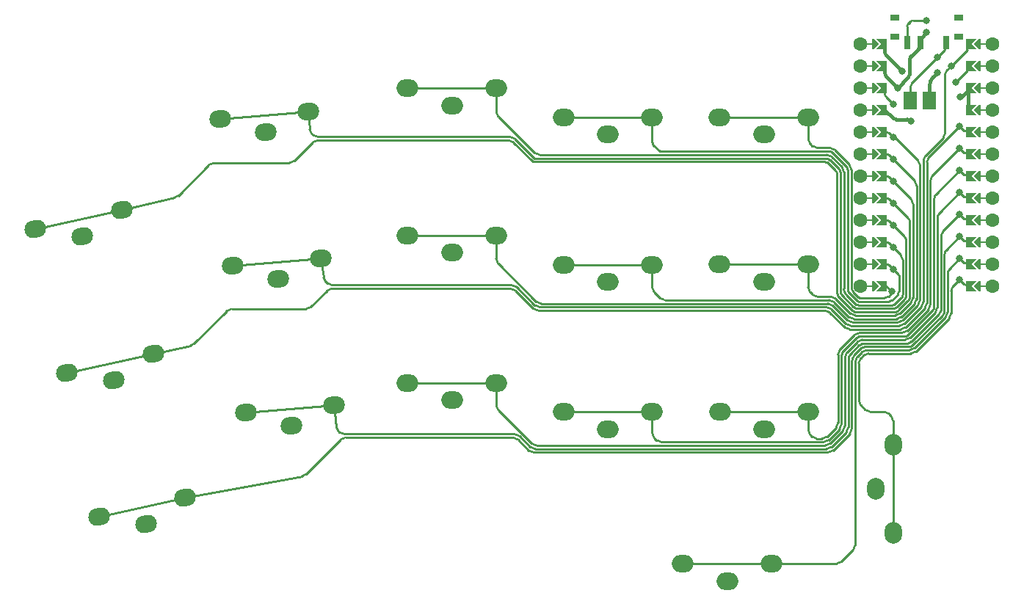
<source format=gbr>
G04 #@! TF.GenerationSoftware,KiCad,Pcbnew,6.0.0-d3dd2cf0fa~116~ubuntu20.04.1*
G04 #@! TF.CreationDate,2022-01-05T21:36:23-05:00*
G04 #@! TF.ProjectId,34,33342e6b-6963-4616-945f-706362585858,0.1*
G04 #@! TF.SameCoordinates,Original*
G04 #@! TF.FileFunction,Copper,L1,Top*
G04 #@! TF.FilePolarity,Positive*
%FSLAX46Y46*%
G04 Gerber Fmt 4.6, Leading zero omitted, Abs format (unit mm)*
G04 Created by KiCad (PCBNEW 6.0.0-d3dd2cf0fa~116~ubuntu20.04.1) date 2022-01-05 21:36:23*
%MOMM*%
%LPD*%
G01*
G04 APERTURE LIST*
G04 Aperture macros list*
%AMHorizOval*
0 Thick line with rounded ends*
0 $1 width*
0 $2 $3 position (X,Y) of the first rounded end (center of the circle)*
0 $4 $5 position (X,Y) of the second rounded end (center of the circle)*
0 Add line between two ends*
20,1,$1,$2,$3,$4,$5,0*
0 Add two circle primitives to create the rounded ends*
1,1,$1,$2,$3*
1,1,$1,$4,$5*%
%AMFreePoly0*
4,1,6,0.600000,0.200000,0.000000,-0.400000,-0.600000,0.200000,-0.600000,0.400000,0.600000,0.400000,0.600000,0.200000,0.600000,0.200000,$1*%
%AMFreePoly1*
4,1,5,0.125000,-0.500000,-0.125000,-0.500000,-0.125000,0.500000,0.125000,0.500000,0.125000,-0.500000,0.125000,-0.500000,$1*%
%AMFreePoly2*
4,1,6,0.600000,-0.250000,-0.600000,-0.250000,-0.600000,1.000000,0.000000,0.400000,0.600000,1.000000,0.600000,-0.250000,0.600000,-0.250000,$1*%
G04 Aperture macros list end*
G04 #@! TA.AperFunction,ComponentPad*
%ADD10HorizOval,2.000000X0.244074X0.054110X-0.244074X-0.054110X0*%
G04 #@! TD*
G04 #@! TA.AperFunction,ComponentPad*
%ADD11HorizOval,2.000000X0.249049X0.021789X-0.249049X-0.021789X0*%
G04 #@! TD*
G04 #@! TA.AperFunction,ComponentPad*
%ADD12O,2.500000X2.000000*%
G04 #@! TD*
G04 #@! TA.AperFunction,ComponentPad*
%ADD13O,2.000000X2.500000*%
G04 #@! TD*
G04 #@! TA.AperFunction,SMDPad,CuDef*
%ADD14R,1.500000X2.100000*%
G04 #@! TD*
G04 #@! TA.AperFunction,ComponentPad*
%ADD15C,1.600000*%
G04 #@! TD*
G04 #@! TA.AperFunction,SMDPad,CuDef*
%ADD16FreePoly0,90.000000*%
G04 #@! TD*
G04 #@! TA.AperFunction,SMDPad,CuDef*
%ADD17FreePoly0,270.000000*%
G04 #@! TD*
G04 #@! TA.AperFunction,SMDPad,CuDef*
%ADD18FreePoly1,270.000000*%
G04 #@! TD*
G04 #@! TA.AperFunction,SMDPad,CuDef*
%ADD19FreePoly1,90.000000*%
G04 #@! TD*
G04 #@! TA.AperFunction,SMDPad,CuDef*
%ADD20FreePoly2,270.000000*%
G04 #@! TD*
G04 #@! TA.AperFunction,SMDPad,CuDef*
%ADD21FreePoly2,90.000000*%
G04 #@! TD*
G04 #@! TA.AperFunction,SMDPad,CuDef*
%ADD22R,1.000000X0.800000*%
G04 #@! TD*
G04 #@! TA.AperFunction,SMDPad,CuDef*
%ADD23R,0.700000X1.500000*%
G04 #@! TD*
G04 #@! TA.AperFunction,ViaPad*
%ADD24C,0.800000*%
G04 #@! TD*
G04 #@! TA.AperFunction,Conductor*
%ADD25C,0.250000*%
G04 #@! TD*
G04 #@! TA.AperFunction,Conductor*
%ADD26C,0.400000*%
G04 #@! TD*
G04 APERTURE END LIST*
D10*
X31174529Y-77214371D03*
X41132748Y-75006687D03*
X36586518Y-78063121D03*
D11*
X52498174Y-64520239D03*
X62659360Y-63631250D03*
X57753079Y-66068134D03*
D12*
X74144393Y-60958851D03*
X84344393Y-60958851D03*
X79244393Y-62958851D03*
X102333086Y-64327567D03*
X92133086Y-64327567D03*
X97233086Y-66327567D03*
X120325000Y-64325000D03*
X110125000Y-64325000D03*
X115225000Y-66325000D03*
D10*
X34854005Y-93811396D03*
X44812224Y-91603712D03*
X40265994Y-94660146D03*
D11*
X64141002Y-80566566D03*
X53979816Y-81455555D03*
X59234721Y-83003450D03*
D12*
X74144389Y-77958851D03*
X84344389Y-77958851D03*
X79244389Y-79958851D03*
X102333093Y-81327564D03*
X92133093Y-81327564D03*
X97233093Y-83327564D03*
X110125004Y-81324999D03*
X120325004Y-81324999D03*
X115225004Y-83324999D03*
D11*
X55461464Y-98390863D03*
X65622650Y-97501874D03*
X60716369Y-99938758D03*
D12*
X74144382Y-94958862D03*
X84344382Y-94958862D03*
X79244382Y-96958862D03*
X92133093Y-98327566D03*
X102333093Y-98327566D03*
X97233093Y-100327566D03*
X110990000Y-117825000D03*
X116090000Y-115825000D03*
X105890000Y-115825000D03*
D13*
X130125000Y-102075000D03*
X130125000Y-112275000D03*
X128125000Y-107175000D03*
D14*
X134329702Y-62386557D03*
X132129702Y-62386557D03*
D15*
X126372099Y-55855003D03*
X141612099Y-66015003D03*
D16*
X128150099Y-63475003D03*
D17*
X139834099Y-73635003D03*
D15*
X141612099Y-60935003D03*
X126372099Y-63475003D03*
X126372099Y-68555003D03*
D16*
X128150099Y-78715003D03*
D18*
X140342099Y-63475003D03*
D16*
X128150099Y-83795003D03*
D15*
X141612099Y-71095003D03*
D16*
X128150099Y-76175003D03*
D15*
X141612099Y-83795003D03*
D18*
X140342099Y-68555003D03*
D17*
X139834099Y-78715003D03*
D16*
X128150099Y-68555003D03*
X128150099Y-71095003D03*
D15*
X126372099Y-58395003D03*
D18*
X140342099Y-60935003D03*
D15*
X141612099Y-76175003D03*
D18*
X140342099Y-78715003D03*
D16*
X128150099Y-55855003D03*
D15*
X141612099Y-68555003D03*
D18*
X140342099Y-73635003D03*
D19*
X127642099Y-81255003D03*
D15*
X141612099Y-55855003D03*
D16*
X128150099Y-58395003D03*
X128150099Y-81255003D03*
D17*
X139834099Y-81255003D03*
D19*
X127642099Y-60935003D03*
D15*
X141612099Y-73635003D03*
D18*
X140342099Y-81255003D03*
X140342099Y-71095003D03*
D15*
X141612099Y-63475003D03*
D18*
X140342099Y-76175003D03*
D15*
X126372099Y-60935003D03*
D19*
X127642099Y-66015003D03*
D16*
X128150099Y-66015003D03*
D17*
X139834099Y-71095003D03*
D15*
X126372099Y-81255003D03*
X126372099Y-71095003D03*
D16*
X128150099Y-60935003D03*
D18*
X140342099Y-83795003D03*
D19*
X127642099Y-58395003D03*
X127642099Y-78715003D03*
D15*
X126372099Y-78715003D03*
D17*
X139834099Y-66015003D03*
D19*
X127642099Y-76175003D03*
X127642099Y-68555003D03*
D18*
X140342099Y-66015003D03*
D15*
X141612099Y-58395003D03*
D19*
X127642099Y-55855003D03*
D17*
X139834099Y-60935003D03*
D19*
X127642099Y-71095003D03*
X127642099Y-63475003D03*
X127642099Y-73635003D03*
D15*
X126372099Y-66015003D03*
D17*
X139834099Y-63475003D03*
D15*
X126372099Y-76175003D03*
D17*
X139834099Y-58395003D03*
D18*
X140342099Y-58395003D03*
D15*
X126372099Y-83795003D03*
D17*
X139834099Y-55855003D03*
D15*
X126372099Y-73635003D03*
D18*
X140342099Y-55855003D03*
D17*
X139834099Y-76175003D03*
D15*
X141612099Y-81255003D03*
D17*
X139834099Y-83795003D03*
D16*
X128150099Y-73635003D03*
D17*
X139834099Y-68555003D03*
D19*
X127642099Y-83795003D03*
D15*
X141612099Y-78715003D03*
D20*
X138818099Y-55855003D03*
X138818099Y-58395003D03*
X138818099Y-60935003D03*
X138818099Y-63475003D03*
X138818099Y-66015003D03*
X138818099Y-68555003D03*
X138818099Y-71095003D03*
X138818099Y-73635003D03*
X138818099Y-76175003D03*
X138818099Y-78715003D03*
X138818099Y-81255003D03*
X138818099Y-83795003D03*
D21*
X129166099Y-83795003D03*
X129166099Y-81255003D03*
X129166099Y-78715003D03*
X129166099Y-76175003D03*
X129166099Y-73635003D03*
X129166099Y-71095003D03*
X129166099Y-68555003D03*
X129166099Y-66015003D03*
X129166099Y-63475003D03*
X129166099Y-60935003D03*
X129166099Y-58395003D03*
X129166099Y-55855003D03*
D10*
X48487367Y-108201359D03*
X38529148Y-110409043D03*
X43941137Y-111257793D03*
D22*
X130350576Y-55061813D03*
X137650576Y-52861813D03*
X137650576Y-55061813D03*
X130350576Y-52861813D03*
D23*
X136250576Y-55711813D03*
X133250576Y-55711813D03*
X131750576Y-55711813D03*
D12*
X110141911Y-98322430D03*
X120341911Y-98322430D03*
X115241911Y-100322430D03*
D24*
X134000579Y-53161815D03*
X130166097Y-74269998D03*
X130166099Y-76810001D03*
X130166097Y-79350000D03*
X130166098Y-81890002D03*
X130025000Y-84450000D03*
X137818099Y-65380003D03*
X136818099Y-58395001D03*
X130166097Y-66650000D03*
X130166096Y-69190003D03*
X130166097Y-71730000D03*
X137818097Y-78080001D03*
X137818095Y-75540003D03*
X137818101Y-73000004D03*
X137818097Y-70460003D03*
X137818099Y-67920001D03*
X130166098Y-62840002D03*
X137318098Y-60300003D03*
X130666098Y-60935001D03*
X137876690Y-61980157D03*
X134000581Y-54561815D03*
X132166099Y-64745000D03*
X132060090Y-62386557D03*
X135272264Y-57384846D03*
X134329703Y-62386558D03*
X135235090Y-59211557D03*
X131166098Y-59030002D03*
X137775090Y-83087557D03*
X137818097Y-80620000D03*
D25*
X130125000Y-99341371D02*
X130125000Y-102075000D01*
X130125000Y-112275000D02*
X130125000Y-102075000D01*
X123618629Y-115825000D02*
X116090000Y-115825000D01*
X105890000Y-115825000D02*
X116090000Y-115825000D01*
X131750579Y-53838778D02*
X131750579Y-55711814D01*
X132073991Y-53308260D02*
X131897026Y-53485224D01*
X134000579Y-53161815D02*
X132427544Y-53161814D01*
X131897026Y-53485224D02*
G75*
G03*
X131750579Y-53838778I353550J-353553D01*
G01*
X132073991Y-53308260D02*
G75*
G02*
X132427544Y-53161814I353553J-353556D01*
G01*
X129166098Y-73635003D02*
X129323994Y-73635003D01*
X130775705Y-86559319D02*
X130718762Y-86613538D01*
X129677549Y-73781450D02*
X130166097Y-74269998D01*
X122222262Y-69451625D02*
X122143629Y-69450000D01*
X122521801Y-69542489D02*
X122376506Y-69482306D01*
X60501629Y-69596000D02*
X51766371Y-69596000D01*
X31174529Y-77214371D02*
X41132748Y-75006687D01*
X131935401Y-85353525D02*
X131848062Y-85484238D01*
X130210020Y-86793633D02*
X125922487Y-86793633D01*
X132026533Y-76384797D02*
X132028158Y-76463430D01*
X122143629Y-69450000D02*
X88569993Y-69449999D01*
X125922487Y-86793633D02*
X125843854Y-86792008D01*
X125356801Y-86559318D02*
X123884795Y-85087312D01*
X131995562Y-85208285D02*
X131935401Y-85353525D01*
X131935669Y-76085258D02*
X131995852Y-76230553D01*
X63209668Y-67219332D02*
X61067314Y-69361686D01*
X47274777Y-73584681D02*
X41132748Y-75006687D01*
X130718762Y-86613538D02*
X130588049Y-86700877D01*
X123682787Y-84754504D02*
X123652106Y-84600260D01*
X123650481Y-70956852D02*
X123649002Y-70878204D01*
X132028158Y-84975495D02*
X132026232Y-85054098D01*
X131793844Y-75897745D02*
X131848297Y-75954496D01*
X123830342Y-85030561D02*
X123742970Y-84899799D01*
X123652106Y-84600260D02*
X123650481Y-84521627D01*
X131793843Y-85541181D02*
X130775705Y-86559319D01*
X123742970Y-84899799D02*
X123682787Y-84754504D01*
X122652563Y-69629861D02*
X122521801Y-69542489D01*
X85773640Y-66985017D02*
X63775354Y-66985017D01*
X88569993Y-69449999D02*
X86339325Y-67219331D01*
X130288623Y-86791707D02*
X130210020Y-86793633D01*
X123618316Y-70723932D02*
X123558122Y-70578610D01*
X131848062Y-85484238D02*
X131793843Y-85541181D01*
X125413552Y-86613771D02*
X125356801Y-86559318D01*
X125843854Y-86792008D02*
X125689610Y-86761326D01*
X123558122Y-70578610D02*
X123470733Y-70447824D01*
X122376506Y-69482306D02*
X122222262Y-69451625D01*
X132026232Y-85054098D02*
X131995562Y-85208285D01*
X132028158Y-76463430D02*
X132028158Y-84975495D01*
X123650481Y-84521627D02*
X123650481Y-70956852D01*
X123470733Y-70447824D02*
X123416166Y-70391166D01*
X123649002Y-70878204D02*
X123618316Y-70723932D01*
X131848297Y-75954496D02*
X131935669Y-76085258D01*
X51200685Y-69830315D02*
X47660018Y-73370982D01*
X123416166Y-70391166D02*
X122709314Y-69684314D01*
X123884795Y-85087312D02*
X123830342Y-85030561D01*
X130166097Y-74269998D02*
X131793844Y-75897745D01*
X131995852Y-76230553D02*
X132026533Y-76384797D01*
X130588049Y-86700877D02*
X130442809Y-86761038D01*
X130442809Y-86761038D02*
X130288623Y-86791707D01*
X125689610Y-86761326D02*
X125544315Y-86701143D01*
X122709314Y-69684314D02*
X122652563Y-69629861D01*
X125544315Y-86701143D02*
X125413552Y-86613771D01*
X63209668Y-67219332D02*
G75*
G02*
X63775354Y-66985017I565689J-565692D01*
G01*
X47274777Y-73584681D02*
G75*
G03*
X47660017Y-73370981I-180448J779389D01*
G01*
X61067314Y-69361686D02*
G75*
G02*
X60501629Y-69596000I-565685J565686D01*
G01*
X129677549Y-73781450D02*
G75*
G03*
X129323994Y-73635003I-353553J-353550D01*
G01*
X86339325Y-67219331D02*
G75*
G03*
X85773640Y-66985017I-565685J-565686D01*
G01*
X51766371Y-69596000D02*
G75*
G03*
X51200685Y-69830315I-2J-799995D01*
G01*
X88735480Y-69050480D02*
X86504811Y-66819811D01*
X131448543Y-85318751D02*
X131394324Y-85375694D01*
X125885926Y-86392636D02*
X125855097Y-86361807D01*
X124284314Y-84921825D02*
X124229861Y-84865074D01*
X124017835Y-70558445D02*
X123957641Y-70413123D01*
X123957641Y-70413123D02*
X123870252Y-70282337D01*
X85939126Y-66585497D02*
X63741868Y-66585497D01*
X124048521Y-70712717D02*
X124017835Y-70558445D01*
X63176182Y-66351182D02*
X63071565Y-66246565D01*
X123815685Y-70225679D02*
X122874800Y-69284794D01*
X124050000Y-70791365D02*
X124048521Y-70712717D01*
X125855097Y-86361807D02*
X125709802Y-86301624D01*
X122387748Y-69052105D02*
X122309115Y-69050480D01*
X122309115Y-69050480D02*
X88735480Y-69050480D01*
X125579039Y-86214252D02*
X125522288Y-86159799D01*
X130278800Y-86360041D02*
X130246205Y-86392636D01*
X124050000Y-84356140D02*
X124050000Y-70791365D01*
X122541992Y-69082786D02*
X122387748Y-69052105D01*
X130554753Y-86212541D02*
X130424040Y-86299880D01*
X131596043Y-85042798D02*
X131535882Y-85188038D01*
X124082306Y-84589017D02*
X124051625Y-84434773D01*
X130166099Y-76810001D02*
X131394325Y-78038227D01*
X124229861Y-84865074D02*
X124142489Y-84734312D01*
X131536150Y-78225740D02*
X131596333Y-78371035D01*
X124051625Y-84434773D02*
X124050000Y-84356140D01*
X131394324Y-85375694D02*
X130611696Y-86158322D01*
X62840151Y-65748930D02*
X62659360Y-63631250D01*
X130246205Y-86392636D02*
X125885926Y-86392636D01*
X125522288Y-86159799D02*
X124284314Y-84921825D01*
X129677544Y-76321448D02*
X130166099Y-76810001D01*
X122687287Y-69142969D02*
X122541992Y-69082786D01*
X131628639Y-84810008D02*
X131626713Y-84888611D01*
X123870252Y-70282337D02*
X123815685Y-70225679D01*
X122818049Y-69230341D02*
X122687287Y-69142969D01*
X131628639Y-78603912D02*
X131628639Y-84810008D01*
X125709802Y-86301624D02*
X125579039Y-86214252D01*
X131627014Y-78525279D02*
X131628639Y-78603912D01*
X131394325Y-78038227D02*
X131448778Y-78094978D01*
X130611696Y-86158322D02*
X130554753Y-86212541D01*
X124142489Y-84734312D02*
X124082306Y-84589017D01*
X122874800Y-69284794D02*
X122818049Y-69230341D01*
X130424040Y-86299880D02*
X130278800Y-86360041D01*
X131596333Y-78371035D02*
X131627014Y-78525279D01*
X62659360Y-63631250D02*
X52498174Y-64520239D01*
X129166098Y-76175004D02*
X129323986Y-76175002D01*
X131626713Y-84888611D02*
X131596043Y-85042798D01*
X131448778Y-78094978D02*
X131536150Y-78225740D01*
X131535882Y-85188038D02*
X131448543Y-85318751D01*
X63176182Y-66351182D02*
G75*
G03*
X63741868Y-66585497I565689J565692D01*
G01*
X129677544Y-76321448D02*
G75*
G03*
X129323986Y-76175002I-353553J-353554D01*
G01*
X63071565Y-66246565D02*
G75*
G02*
X62840151Y-65748930I565688J565685D01*
G01*
X85939126Y-66585497D02*
G75*
G02*
X86504811Y-66819811I0J-800000D01*
G01*
X124449519Y-84118989D02*
X124449519Y-70625878D01*
X125875219Y-85902236D02*
X125744433Y-85814847D01*
X130080719Y-85993116D02*
X126174813Y-85993116D01*
X131229120Y-84644521D02*
X131227321Y-84723137D01*
X125687775Y-85760280D02*
X124734507Y-84807012D01*
X130389267Y-85813021D02*
X130258554Y-85900360D01*
X131227321Y-84723137D02*
X131196647Y-84877348D01*
X124215204Y-70060192D02*
X123040286Y-68885274D01*
X125744433Y-85814847D02*
X125687775Y-85760280D01*
X129166097Y-78715000D02*
X129323992Y-78715000D01*
X131229120Y-80744394D02*
X131229120Y-84644521D01*
X88741645Y-68416645D02*
X84578707Y-64253707D01*
X126174813Y-85993116D02*
X126020541Y-85962430D01*
X129677544Y-78861447D02*
X130166097Y-79350000D01*
X131196647Y-84877348D02*
X131136477Y-85022611D01*
X130994805Y-85210207D02*
X130446210Y-85758802D01*
X130113314Y-85960521D02*
X130080719Y-85993116D01*
X131049123Y-85153345D02*
X130994805Y-85210207D01*
X84344393Y-60958851D02*
X74144393Y-60958851D01*
X130258554Y-85900360D02*
X130113314Y-85960521D01*
X131136477Y-85022611D02*
X131049123Y-85153345D01*
X126020541Y-85962430D02*
X125875219Y-85902236D01*
X130166097Y-79350000D02*
X130994806Y-80178709D01*
X84344393Y-63688022D02*
X84344393Y-60958851D01*
X122474601Y-68650960D02*
X89307331Y-68650960D01*
X130446210Y-85758802D02*
X130389267Y-85813021D01*
X131229120Y-80744394D02*
G75*
G03*
X130994806Y-80178709I-800000J0D01*
G01*
X89307331Y-68650960D02*
G75*
G02*
X88741645Y-68416645I-2J799995D01*
G01*
X122474601Y-68650960D02*
G75*
G02*
X123040286Y-68885274I0J-800000D01*
G01*
X124449519Y-84118989D02*
G75*
G03*
X124734507Y-84807012I973014J1D01*
G01*
X129677544Y-78861447D02*
G75*
G03*
X129323992Y-78715000I-353551J-353545D01*
G01*
X124449519Y-70625878D02*
G75*
G03*
X124215204Y-70060192I-799995J2D01*
G01*
X84578707Y-64253707D02*
G75*
G02*
X84344393Y-63688022I565686J565685D01*
G01*
X130737111Y-82506703D02*
X130797294Y-82651998D01*
X122640087Y-68251440D02*
X103507811Y-68251440D01*
X126340345Y-85593150D02*
X126186158Y-85562480D01*
X103507811Y-68251440D02*
X103429163Y-68249961D01*
X123205772Y-68485754D02*
X123149021Y-68431301D01*
X124894644Y-70428989D02*
X124863962Y-70274745D01*
X130829600Y-82884875D02*
X130829601Y-84432821D01*
X102365392Y-67309592D02*
X102334711Y-67155348D01*
X102998783Y-68071692D02*
X102942125Y-68017125D01*
X130683154Y-84786375D02*
X130573077Y-84896452D01*
X124997453Y-84502682D02*
X124931839Y-84389034D01*
X130595286Y-82319190D02*
X130649739Y-82375941D01*
X124863962Y-70274745D02*
X124803779Y-70129450D01*
X124803779Y-70129450D02*
X124716407Y-69998687D01*
X130797294Y-82651998D02*
X130827975Y-82806242D01*
X126040918Y-85502319D02*
X125910205Y-85414980D01*
X124661954Y-69941936D02*
X123205772Y-68485754D01*
X103129569Y-68159081D02*
X102998783Y-68071692D01*
X124896269Y-70507622D02*
X124894644Y-70428989D01*
X124716407Y-69998687D02*
X124661954Y-69941936D01*
X102425575Y-67454887D02*
X102365392Y-67309592D01*
X124897874Y-84262276D02*
X124896269Y-84196661D01*
X102512947Y-67585649D02*
X102425575Y-67454887D01*
X102567400Y-67642400D02*
X102512947Y-67585649D01*
X126186158Y-85562480D02*
X126040918Y-85502319D01*
X130649739Y-82375941D02*
X130737111Y-82506703D01*
X102333086Y-67076715D02*
X102333086Y-64327567D01*
X125853262Y-85360761D02*
X125132382Y-84639881D01*
X130827975Y-82806242D02*
X130829600Y-82884875D01*
X123018259Y-68343929D02*
X122872964Y-68283746D01*
X125042715Y-84550214D02*
X124997453Y-84502682D01*
X130573077Y-84896452D02*
X130573077Y-84901923D01*
X130573077Y-84901923D02*
X130028296Y-85446704D01*
X130166098Y-81890002D02*
X130595286Y-82319190D01*
X102942125Y-68017125D02*
X102567400Y-67642400D01*
X124896269Y-84196661D02*
X124896269Y-70507622D01*
X102334711Y-67155348D02*
X102333086Y-67076715D01*
X103429163Y-68249961D02*
X103274891Y-68219275D01*
X125910205Y-85414980D02*
X125853262Y-85360761D01*
X125075439Y-84582938D02*
X125042715Y-84550214D01*
X129674743Y-85593150D02*
X126340345Y-85593150D01*
X122872964Y-68283746D02*
X122718720Y-68253065D01*
X123149021Y-68431301D02*
X123018259Y-68343929D01*
X125132382Y-84639881D02*
X125078163Y-84582938D01*
X92133086Y-64327566D02*
X102333090Y-64327569D01*
X125078163Y-84582938D02*
X125075439Y-84582938D01*
X129166099Y-81255000D02*
X129323992Y-81255000D01*
X103274891Y-68219275D02*
X103129569Y-68159081D01*
X122718720Y-68253065D02*
X122640087Y-68251440D01*
X129677545Y-81401447D02*
X130166098Y-81890002D01*
X124931839Y-84389034D02*
X124897874Y-84262276D01*
X129677545Y-81401447D02*
G75*
G03*
X129323992Y-81255000I-353555J-353557D01*
G01*
X129674743Y-85593149D02*
G75*
G03*
X130028296Y-85446704I0J500001D01*
G01*
X130683154Y-84786375D02*
G75*
G03*
X130829601Y-84432821I-353550J353553D01*
G01*
X125390077Y-84286882D02*
X125329894Y-84141587D01*
X126302698Y-85178315D02*
X126230159Y-85148268D01*
X126230159Y-85148268D02*
X126160782Y-85101912D01*
X126132292Y-85074785D02*
X125531902Y-84474395D01*
X125063273Y-69778249D02*
X123371258Y-68086234D01*
X122805573Y-67851920D02*
X121358291Y-67851920D01*
X130025000Y-84612349D02*
X129623580Y-85013769D01*
X130025000Y-84450000D02*
X129993533Y-84450000D01*
X126160782Y-85101912D02*
X126132292Y-85074785D01*
X130025000Y-84450000D02*
X130025000Y-84612349D01*
X125477449Y-84417644D02*
X125390077Y-84286882D01*
X110125000Y-64325000D02*
X120325000Y-64325000D01*
X126379693Y-85193630D02*
X126302698Y-85178315D01*
X129114646Y-85193630D02*
X126379693Y-85193630D01*
X125531902Y-84474395D02*
X125477449Y-84417644D01*
X125299213Y-83987343D02*
X125297588Y-83908710D01*
X120325000Y-66818629D02*
X120325000Y-64325000D01*
X120792605Y-67617605D02*
X120559314Y-67384314D01*
X129993533Y-84450000D02*
X129338536Y-83795003D01*
X125297588Y-83908710D02*
X125297588Y-70343935D01*
X129338536Y-83795003D02*
X129166099Y-83795003D01*
X125329894Y-84141587D02*
X125299213Y-83987343D01*
X120325000Y-66818629D02*
G75*
G03*
X120559314Y-67384314I800000J0D01*
G01*
X129114646Y-85193630D02*
G75*
G03*
X129623580Y-85013769I-3400J819589D01*
G01*
X120792605Y-67617605D02*
G75*
G03*
X121358291Y-67851920I565689J565692D01*
G01*
X122805573Y-67851920D02*
G75*
G02*
X123371258Y-68086234I0J-800000D01*
G01*
X125063273Y-69778249D02*
G75*
G02*
X125297588Y-70343935I-565692J-565689D01*
G01*
X133791439Y-86368615D02*
X131603137Y-88556917D01*
X122264639Y-86623557D02*
X89174916Y-86623557D01*
X34854005Y-93811396D02*
X44812224Y-91603712D01*
X53265685Y-86684315D02*
X49491294Y-90458706D01*
X134025754Y-69503719D02*
X134025756Y-69503717D01*
X124529368Y-88556915D02*
X122830324Y-86857871D01*
X137818099Y-65380003D02*
X134260070Y-68938032D01*
X85983140Y-84094523D02*
X65411848Y-84094523D01*
X131037452Y-88791231D02*
X125095054Y-88791230D01*
X49095168Y-90674845D02*
X44812224Y-91603712D01*
X88609230Y-86389242D02*
X86548825Y-84328837D01*
X62393629Y-86450000D02*
X53831371Y-86450000D01*
X138306649Y-65868554D02*
X137818099Y-65380003D01*
X138818099Y-66015001D02*
X138660203Y-66015001D01*
X134025754Y-85802929D02*
X134025754Y-69503719D01*
X64846162Y-84328838D02*
X62959314Y-86215686D01*
X134260070Y-68938032D02*
G75*
G03*
X134025756Y-69503717I565686J-565685D01*
G01*
X85983140Y-84094523D02*
G75*
G02*
X86548825Y-84328837I0J-800000D01*
G01*
X65411848Y-84094523D02*
G75*
G03*
X64846162Y-84328838I-2J-799995D01*
G01*
X133791439Y-86368615D02*
G75*
G03*
X134025754Y-85802929I-565692J565689D01*
G01*
X49491294Y-90458706D02*
G75*
G02*
X49095168Y-90674845I-565677J565670D01*
G01*
X131603137Y-88556917D02*
G75*
G02*
X131037452Y-88791231I-565685J565686D01*
G01*
X138306649Y-65868554D02*
G75*
G03*
X138660203Y-66015001I353553J353550D01*
G01*
X53831371Y-86450000D02*
G75*
G03*
X53265685Y-86684315I-2J-799995D01*
G01*
X122830324Y-86857871D02*
G75*
G03*
X122264639Y-86623557I-565685J-565686D01*
G01*
X62959314Y-86215686D02*
G75*
G02*
X62393629Y-86450000I-565685J565686D01*
G01*
X124529368Y-88556915D02*
G75*
G03*
X125095054Y-88791230I565689J565692D01*
G01*
X88609230Y-86389242D02*
G75*
G03*
X89174916Y-86623557I565689J565692D01*
G01*
X89340403Y-86224038D02*
X119375000Y-86224040D01*
X138818099Y-56187894D02*
X138818100Y-55855003D01*
X119375000Y-86224040D02*
X122430128Y-86224040D01*
X136358405Y-58854695D02*
X136818099Y-58395001D01*
X136124090Y-66177635D02*
X136124090Y-59420381D01*
X125260541Y-88391711D02*
X130871966Y-88391711D01*
X133860550Y-68772546D02*
X135889775Y-66743321D01*
X122995813Y-86458354D02*
X124694855Y-88157396D01*
X136818099Y-58395001D02*
X138671653Y-56541446D01*
X64666560Y-83266560D02*
X64860688Y-83460688D01*
X131437651Y-88157397D02*
X133391920Y-86203128D01*
X86714311Y-83929317D02*
X88774717Y-85989723D01*
X133626235Y-85637442D02*
X133626236Y-69338231D01*
X64141002Y-80566566D02*
X64439244Y-82806463D01*
X65426374Y-83695003D02*
X86148626Y-83695003D01*
X64141002Y-80566566D02*
X53979816Y-81455555D01*
X133626235Y-85637442D02*
G75*
G02*
X133391920Y-86203128I-799995J-2D01*
G01*
X64666560Y-83266560D02*
G75*
G02*
X64439245Y-82806463I565685J565685D01*
G01*
X125260541Y-88391711D02*
G75*
G02*
X124694855Y-88157396I-2J799995D01*
G01*
X86714311Y-83929317D02*
G75*
G03*
X86148626Y-83695003I-565685J-565686D01*
G01*
X133860550Y-68772546D02*
G75*
G03*
X133626236Y-69338231I565686J-565685D01*
G01*
X138671653Y-56541446D02*
G75*
G03*
X138818099Y-56187894I-353551J353552D01*
G01*
X89340403Y-86224038D02*
G75*
G02*
X88774717Y-85989723I-2J799995D01*
G01*
X136124090Y-59420381D02*
G75*
G02*
X136358405Y-58854695I799995J2D01*
G01*
X65426374Y-83695003D02*
G75*
G02*
X64860688Y-83460688I3J800007D01*
G01*
X131437651Y-88157397D02*
G75*
G02*
X130871966Y-88391711I-565685J565686D01*
G01*
X136124090Y-66177635D02*
G75*
G02*
X135889775Y-66743321I-800007J3D01*
G01*
X122995813Y-86458354D02*
G75*
G03*
X122430128Y-86224040I-565685J-565686D01*
G01*
X84344389Y-80663018D02*
X84344389Y-77958851D01*
X129677538Y-66161447D02*
X130166097Y-66650000D01*
X130350000Y-66650000D02*
X132992402Y-69292402D01*
X132992401Y-86037641D02*
X131272164Y-87757878D01*
X122595614Y-85824520D02*
X89505890Y-85824519D01*
X124860342Y-87757877D02*
X123161299Y-86058834D01*
X129166098Y-66015000D02*
X129323992Y-66015002D01*
X130166097Y-66650000D02*
X130350000Y-66650000D01*
X84344389Y-77958851D02*
X74144389Y-77958851D01*
X88940204Y-85590204D02*
X84578703Y-81228703D01*
X130706479Y-87992192D02*
X125426028Y-87992192D01*
X133226716Y-69858087D02*
X133226716Y-85471955D01*
X125426028Y-87992192D02*
G75*
G02*
X124860342Y-87757877I-2J799995D01*
G01*
X84578703Y-81228703D02*
G75*
G02*
X84344389Y-80663018I565686J565685D01*
G01*
X88940204Y-85590204D02*
G75*
G03*
X89505890Y-85824519I565689J565692D01*
G01*
X133226716Y-85471955D02*
G75*
G02*
X132992401Y-86037641I-799995J-2D01*
G01*
X129323992Y-66015003D02*
G75*
G02*
X129677537Y-66161448I-5J-499998D01*
G01*
X133226716Y-69858087D02*
G75*
G03*
X132992402Y-69292402I-800000J0D01*
G01*
X130706479Y-87992192D02*
G75*
G03*
X131272164Y-87757878I0J800000D01*
G01*
X122595614Y-85824520D02*
G75*
G02*
X123161299Y-86058834I0J-800000D01*
G01*
X132827197Y-72182475D02*
X132827196Y-85306469D01*
X129166098Y-68555002D02*
X129323990Y-68555002D01*
X129677546Y-68701450D02*
X130166096Y-69190003D01*
X132592881Y-85872155D02*
X131106677Y-87358359D01*
X130540992Y-87592673D02*
X125591515Y-87592673D01*
X122761100Y-85425000D02*
X103806371Y-85425000D01*
X125025829Y-87358358D02*
X123326785Y-85659314D01*
X130166096Y-69190003D02*
X132592883Y-71616790D01*
X102333093Y-83951722D02*
X102333093Y-81327564D01*
X92133084Y-81327568D02*
X102333101Y-81327570D01*
X103240685Y-85190685D02*
X102567407Y-84517407D01*
X131106677Y-87358359D02*
G75*
G02*
X130540992Y-87592673I-565685J565686D01*
G01*
X132592881Y-85872155D02*
G75*
G03*
X132827196Y-85306469I-565692J565689D01*
G01*
X122761100Y-85425000D02*
G75*
G02*
X123326785Y-85659314I0J-800000D01*
G01*
X132592883Y-71616790D02*
G75*
G02*
X132827197Y-72182475I-565686J-565685D01*
G01*
X129677546Y-68701450D02*
G75*
G03*
X129323990Y-68555002I-353554J-353549D01*
G01*
X102333093Y-83951722D02*
G75*
G03*
X102567407Y-84517407I800000J0D01*
G01*
X125591515Y-87592673D02*
G75*
G02*
X125025829Y-87358358I-2J799995D01*
G01*
X103806371Y-85425000D02*
G75*
G02*
X103240685Y-85190685I-2J799995D01*
G01*
X129677544Y-71241448D02*
X130166097Y-71730000D01*
X122926586Y-85025480D02*
X121381851Y-85025480D01*
X125191315Y-86958838D02*
X123492271Y-85259794D01*
X132193362Y-85706668D02*
X130941191Y-86958839D01*
X130166097Y-71730000D02*
X132193363Y-73757266D01*
X120325000Y-83968629D02*
X120325004Y-81324999D01*
X129166096Y-71095001D02*
X129323992Y-71095001D01*
X120816165Y-84791165D02*
X120559315Y-84534315D01*
X130375506Y-87193153D02*
X125757001Y-87193153D01*
X110125004Y-81324999D02*
X120325004Y-81324999D01*
X132427677Y-74322951D02*
X132427677Y-85140982D01*
X123492271Y-85259794D02*
G75*
G03*
X122926586Y-85025480I-565685J-565686D01*
G01*
X132193362Y-85706668D02*
G75*
G03*
X132427677Y-85140982I-565692J565689D01*
G01*
X129677544Y-71241448D02*
G75*
G03*
X129323992Y-71095001I-353551J-353545D01*
G01*
X120816165Y-84791165D02*
G75*
G03*
X121381851Y-85025480I565689J565692D01*
G01*
X120559315Y-84534315D02*
G75*
G02*
X120325000Y-83968629I565680J565684D01*
G01*
X125191315Y-86958838D02*
G75*
G03*
X125757001Y-87193153I565689J565692D01*
G01*
X130375506Y-87193153D02*
G75*
G03*
X130941191Y-86958839I0J800000D01*
G01*
X132427677Y-74322951D02*
G75*
G03*
X132193363Y-73757266I-800000J0D01*
G01*
X135789038Y-87196046D02*
X132430569Y-90554515D01*
X125405384Y-92120405D02*
X125374702Y-92274649D01*
X136021728Y-86708993D02*
X135991046Y-86863237D01*
X126371845Y-91023143D02*
X125607392Y-91787596D01*
X125465567Y-91975110D02*
X125405384Y-92120405D01*
X136115712Y-79827874D02*
X136055518Y-79973196D01*
X131864884Y-90788829D02*
X126937530Y-90788829D01*
X135991046Y-86863237D02*
X135930863Y-87008532D01*
X126428596Y-90968690D02*
X126371845Y-91023143D01*
X135930863Y-87008532D02*
X135843491Y-87139295D01*
X126704653Y-90821135D02*
X126559358Y-90881318D01*
X136023353Y-80206116D02*
X136023353Y-86630360D01*
X126559358Y-90881318D02*
X126428596Y-90968690D01*
X86295640Y-101282023D02*
X66956371Y-101282023D01*
X136023353Y-86630360D02*
X136021728Y-86708993D01*
X38529148Y-110409043D02*
X48487367Y-108201359D01*
X131943517Y-90787204D02*
X131864884Y-90788829D01*
X66390685Y-101516338D02*
X62401234Y-105505789D01*
X132243056Y-90696340D02*
X132097761Y-90756523D01*
X138306651Y-78568557D02*
X137818097Y-78080001D01*
X122628653Y-103000000D02*
X88676359Y-103000000D01*
X136024832Y-80127468D02*
X136023353Y-80206116D01*
X136203101Y-79697088D02*
X136115712Y-79827874D01*
X125138761Y-100821263D02*
X123194338Y-102765686D01*
X125552939Y-91844347D02*
X125465567Y-91975110D01*
X136055518Y-79973196D02*
X136024832Y-80127468D01*
X125373077Y-92353282D02*
X125373076Y-100255577D01*
X125607392Y-91787596D02*
X125552939Y-91844347D01*
X132097761Y-90756523D02*
X131943517Y-90787204D01*
X61979854Y-105726980D02*
X48487367Y-108201359D01*
X125374702Y-92274649D02*
X125373077Y-92353282D01*
X126858897Y-90790454D02*
X126704653Y-90821135D01*
X132430569Y-90554515D02*
X132373818Y-90608968D01*
X88110673Y-102765685D02*
X86861325Y-101516337D01*
X137818097Y-78080001D02*
X136257668Y-79640430D01*
X138818098Y-78715004D02*
X138660204Y-78715004D01*
X136257668Y-79640430D02*
X136203101Y-79697088D01*
X135843491Y-87139295D02*
X135789038Y-87196046D01*
X126937530Y-90788829D02*
X126858897Y-90790454D01*
X132373818Y-90608968D02*
X132243056Y-90696340D01*
X61979854Y-105726979D02*
G75*
G03*
X62401233Y-105505788I-144302J786873D01*
G01*
X125138761Y-100821263D02*
G75*
G03*
X125373076Y-100255577I-565692J565689D01*
G01*
X88676359Y-103000000D02*
G75*
G02*
X88110673Y-102765685I-2J799995D01*
G01*
X66956371Y-101282023D02*
G75*
G03*
X66390685Y-101516338I-2J-799995D01*
G01*
X138306651Y-78568557D02*
G75*
G03*
X138660204Y-78715004I353555J353557D01*
G01*
X86295640Y-101282023D02*
G75*
G02*
X86861325Y-101516337I0J-800000D01*
G01*
X123194338Y-102765686D02*
G75*
G02*
X122628653Y-103000000I-565685J565686D01*
G01*
X126693410Y-90390935D02*
X126539166Y-90421616D01*
X125207873Y-91622109D02*
X125153420Y-91678860D01*
X135389519Y-87030559D02*
X132265082Y-90154996D01*
X124739242Y-100655776D02*
X123030294Y-102364724D01*
X88274717Y-102364723D02*
X87026811Y-101116817D01*
X132208331Y-90209449D02*
X132077569Y-90296821D01*
X132077569Y-90296821D02*
X131932274Y-90357004D01*
X138306651Y-76028557D02*
X137818095Y-75540003D01*
X66248188Y-100648188D02*
X66147233Y-100547233D01*
X132265082Y-90154996D02*
X132208331Y-90209449D01*
X135803696Y-77556700D02*
X135716324Y-77687463D01*
X135623834Y-78065635D02*
X135623834Y-86464873D01*
X126539166Y-90421616D02*
X126393871Y-90481799D01*
X125005865Y-91954918D02*
X124975183Y-92109162D01*
X137818095Y-75540003D02*
X135858149Y-77499949D01*
X125153420Y-91678860D02*
X125066048Y-91809623D01*
X86461126Y-100882503D02*
X66813874Y-100882503D01*
X135591527Y-86697750D02*
X135531344Y-86843045D01*
X125066048Y-91809623D02*
X125005865Y-91954918D01*
X135656141Y-77832758D02*
X135625459Y-77987002D01*
X124975183Y-92109162D02*
X124973558Y-92187795D01*
X131932274Y-90357004D02*
X131778030Y-90387685D01*
X135858149Y-77499949D02*
X135803696Y-77556700D01*
X65622650Y-97501874D02*
X55461464Y-98390863D01*
X131699397Y-90389310D02*
X126772043Y-90389310D01*
X135625459Y-77987002D02*
X135623834Y-78065635D01*
X65918151Y-100072895D02*
X65622650Y-97501874D01*
X126393871Y-90481799D02*
X126263109Y-90569171D01*
X135622209Y-86543506D02*
X135591527Y-86697750D01*
X131778030Y-90387685D02*
X131699397Y-90389310D01*
X138818097Y-76175004D02*
X138660200Y-76175003D01*
X135531344Y-86843045D02*
X135443972Y-86973808D01*
X135623834Y-86464873D02*
X135622209Y-86543506D01*
X126206358Y-90623624D02*
X125207873Y-91622109D01*
X124973558Y-92187795D02*
X124973557Y-100090090D01*
X135443972Y-86973808D02*
X135389519Y-87030559D01*
X126263109Y-90569171D02*
X126206358Y-90623624D01*
X126772043Y-90389310D02*
X126693410Y-90390935D01*
X135716324Y-77687463D02*
X135656141Y-77832758D01*
X122464609Y-102599038D02*
X88840403Y-102599038D01*
X66147233Y-100547233D02*
G75*
G02*
X65918151Y-100072895I565687J565686D01*
G01*
X123030294Y-102364724D02*
G75*
G02*
X122464609Y-102599038I-565685J565686D01*
G01*
X88274717Y-102364723D02*
G75*
G03*
X88840403Y-102599038I565689J565692D01*
G01*
X87026811Y-101116817D02*
G75*
G03*
X86461126Y-100882503I-565685J-565686D01*
G01*
X66813874Y-100882503D02*
G75*
G02*
X66248188Y-100648188I-2J799995D01*
G01*
X124739242Y-100655776D02*
G75*
G03*
X124973557Y-100090090I-565692J565689D01*
G01*
X138306651Y-76028557D02*
G75*
G03*
X138660200Y-76175003I353554J353558D01*
G01*
X134990001Y-86865071D02*
X132099597Y-89755475D01*
X124574038Y-92022309D02*
X124574038Y-99924603D01*
X135458630Y-75359475D02*
X135404177Y-75416226D01*
X88440204Y-101965204D02*
X84578696Y-98103696D01*
X135224316Y-75925160D02*
X135224316Y-86299385D01*
X135256622Y-75692283D02*
X135225941Y-75846527D01*
X131533912Y-89989789D02*
X126606557Y-89989790D01*
X126040871Y-90224105D02*
X124808352Y-91456624D01*
X138818098Y-73635001D02*
X138660206Y-73635001D01*
X138306653Y-73488555D02*
X137818101Y-73000004D01*
X122299122Y-102199519D02*
X89005890Y-102199519D01*
X135316805Y-75546988D02*
X135256622Y-75692283D01*
X137818101Y-73000004D02*
X135458630Y-75359475D01*
X84344382Y-94958862D02*
X74144382Y-94958862D01*
X84344382Y-97538011D02*
X84344382Y-94958862D01*
X135404177Y-75416226D02*
X135316805Y-75546988D01*
X124339723Y-100490289D02*
X122864807Y-101965205D01*
X135225941Y-75846527D02*
X135224316Y-75925160D01*
X124574038Y-99924603D02*
G75*
G02*
X124339723Y-100490289I-799995J-2D01*
G01*
X124574038Y-92022309D02*
G75*
G02*
X124808352Y-91456624I800000J0D01*
G01*
X84344382Y-97538011D02*
G75*
G03*
X84578696Y-98103696I800000J0D01*
G01*
X138306653Y-73488555D02*
G75*
G03*
X138660206Y-73635001I353553J353556D01*
G01*
X131533912Y-89989789D02*
G75*
G03*
X132099597Y-89755475I0J800000D01*
G01*
X89005890Y-102199519D02*
G75*
G02*
X88440204Y-101965204I-2J799995D01*
G01*
X126040871Y-90224105D02*
G75*
G02*
X126606557Y-89989790I565689J-565692D01*
G01*
X134990001Y-86865071D02*
G75*
G03*
X135224316Y-86299385I-565692J565689D01*
G01*
X122299122Y-102199519D02*
G75*
G03*
X122864807Y-101965205I0J800000D01*
G01*
X135004657Y-73275741D02*
X134917285Y-73406503D01*
X134917285Y-73406503D02*
X134857102Y-73551798D01*
X125875384Y-89824586D02*
X124408834Y-91291136D01*
X122133635Y-101800000D02*
X103381371Y-101800000D01*
X134824796Y-73784675D02*
X134824796Y-86133899D01*
X134823317Y-86212547D02*
X134792631Y-86366819D01*
X134792631Y-86366819D02*
X134732437Y-86512141D01*
X124176145Y-91778188D02*
X124174520Y-91856821D01*
X138306650Y-70948555D02*
X137818097Y-70460003D01*
X134590481Y-86699585D02*
X131934110Y-89355956D01*
X131368425Y-89590270D02*
X126441070Y-89590271D01*
X124267009Y-91478649D02*
X124206826Y-91623944D01*
X126362422Y-89591750D02*
X126208150Y-89622436D01*
X123940204Y-100324802D02*
X122699320Y-101565686D01*
X135059110Y-73218990D02*
X135004657Y-73275741D01*
X126208150Y-89622436D02*
X126062828Y-89682630D01*
X124354381Y-91347887D02*
X124267009Y-91478649D01*
X124206826Y-91623944D02*
X124176145Y-91778188D01*
X102815685Y-101565685D02*
X102567407Y-101317407D01*
X134732437Y-86512141D02*
X134645048Y-86642927D01*
X134857102Y-73551798D02*
X134826421Y-73706042D01*
X131877359Y-89410409D02*
X131746597Y-89497781D01*
X131601302Y-89557964D02*
X131447058Y-89588645D01*
X92133086Y-98327574D02*
X102333085Y-98327565D01*
X102333093Y-100751722D02*
X102333093Y-98327566D01*
X134826421Y-73706042D02*
X134824796Y-73784675D01*
X134645048Y-86642927D02*
X134590481Y-86699585D01*
X131447058Y-89588645D02*
X131368425Y-89590270D01*
X126062828Y-89682630D02*
X125932042Y-89770019D01*
X126441070Y-89590271D02*
X126362422Y-89591750D01*
X134824796Y-86133899D02*
X134823317Y-86212547D01*
X131746597Y-89497781D02*
X131601302Y-89557964D01*
X125932042Y-89770019D02*
X125875384Y-89824586D01*
X131934110Y-89355956D02*
X131877359Y-89410409D01*
X124408834Y-91291136D02*
X124354381Y-91347887D01*
X124174520Y-91856821D02*
X124174519Y-99759116D01*
X138818097Y-71095001D02*
X138660204Y-71095001D01*
X137818097Y-70460003D02*
X135059110Y-73218990D01*
X103381371Y-101800000D02*
G75*
G02*
X102815685Y-101565685I-2J799995D01*
G01*
X123940204Y-100324802D02*
G75*
G03*
X124174519Y-99759116I-565692J565689D01*
G01*
X122699320Y-101565686D02*
G75*
G02*
X122133635Y-101800000I-565685J565686D01*
G01*
X138660204Y-71095000D02*
G75*
G02*
X138306650Y-70948555I-1J500001D01*
G01*
X102333093Y-100751722D02*
G75*
G03*
X102567407Y-101317407I800000J0D01*
G01*
X138306648Y-68408553D02*
X137818099Y-67920001D01*
X123775000Y-91691339D02*
X123775000Y-99593629D01*
X121968629Y-101400000D02*
X121306371Y-101400000D01*
X123540685Y-100159315D02*
X122534314Y-101165686D01*
X131202938Y-89190751D02*
X126275583Y-89190752D01*
X125709897Y-89425067D02*
X124009312Y-91125652D01*
X123774998Y-91691337D02*
X123775000Y-91691339D01*
X134190961Y-86534099D02*
X131768623Y-88956437D01*
X134425276Y-71644195D02*
X134425276Y-85968413D01*
X137818099Y-67920001D02*
X134659590Y-71078510D01*
X110141911Y-98322430D02*
X120341911Y-98322430D01*
X138818098Y-68555001D02*
X138660204Y-68555001D01*
X120740685Y-101165685D02*
X120576225Y-101001225D01*
X120341911Y-100435540D02*
X120341911Y-98322430D01*
X131768623Y-88956437D02*
G75*
G02*
X131202938Y-89190751I-565685J565686D01*
G01*
X120341911Y-100435540D02*
G75*
G03*
X120576225Y-101001225I800000J0D01*
G01*
X123540685Y-100159315D02*
G75*
G03*
X123775000Y-99593629I-565692J565689D01*
G01*
X122534314Y-101165686D02*
G75*
G02*
X121968629Y-101400000I-565685J565686D01*
G01*
X121306371Y-101400000D02*
G75*
G02*
X120740685Y-101165685I-2J799995D01*
G01*
X123774998Y-91691337D02*
G75*
G02*
X124009312Y-91125652I800000J0D01*
G01*
X134425276Y-71644195D02*
G75*
G02*
X134659590Y-71078510I800000J0D01*
G01*
X138306648Y-68408553D02*
G75*
G03*
X138660204Y-68555001I353554J353549D01*
G01*
X134425276Y-85968413D02*
G75*
G02*
X134190961Y-86534099I-799995J-2D01*
G01*
X125709897Y-89425067D02*
G75*
G02*
X126275583Y-89190752I565689J-565692D01*
G01*
X129312545Y-61986448D02*
X130166098Y-62840002D01*
X129166098Y-60935002D02*
X129166099Y-61632896D01*
X129166099Y-61632896D02*
G75*
G03*
X129312545Y-61986448I499997J0D01*
G01*
X138818098Y-58592894D02*
X138818098Y-58395005D01*
X137318098Y-60300003D02*
X138671652Y-58946447D01*
X138671652Y-58946447D02*
G75*
G03*
X138818098Y-58592894I-353556J353553D01*
G01*
D26*
X133397027Y-55165368D02*
X134000581Y-54561815D01*
X129312546Y-59581451D02*
X130666098Y-60935001D01*
X129166098Y-58395003D02*
X129166099Y-59227897D01*
X131890817Y-59710280D02*
X130666098Y-60935001D01*
X133250581Y-55711815D02*
X133250580Y-55518925D01*
X138818098Y-60997895D02*
X138818098Y-60935003D01*
X133104129Y-56362979D02*
X132183709Y-57283399D01*
X138818098Y-60935003D02*
X138818097Y-63475000D01*
X137876690Y-61980157D02*
X138041507Y-61980157D01*
X132037263Y-57636952D02*
X132037263Y-59356727D01*
X138041507Y-61980157D02*
X138717385Y-61304279D01*
X133250576Y-55711812D02*
X133250576Y-56009425D01*
X132037262Y-59356727D02*
G75*
G02*
X131890817Y-59710280I-500001J0D01*
G01*
X133250576Y-56009425D02*
G75*
G02*
X133104129Y-56362979I-499997J-1D01*
G01*
X132037264Y-57636952D02*
G75*
G02*
X132183709Y-57283399I500001J0D01*
G01*
X133397027Y-55165368D02*
G75*
G03*
X133250580Y-55518925I353555J-353554D01*
G01*
X138818097Y-60997895D02*
G75*
G02*
X138717384Y-61304279I-532926J5436D01*
G01*
X129312546Y-59581451D02*
G75*
G02*
X129166099Y-59227897I353550J353553D01*
G01*
X130474477Y-64576274D02*
X131790266Y-64576274D01*
X132143820Y-64722721D02*
X132166099Y-64745000D01*
X130120923Y-64429827D02*
X129166099Y-63475003D01*
X130474477Y-64576274D02*
G75*
G02*
X130120923Y-64429827I-1J499997D01*
G01*
X132143820Y-64722721D02*
G75*
G03*
X131790266Y-64576274I-353553J-353550D01*
G01*
D25*
X136250576Y-55711812D02*
X136250576Y-56199426D01*
X135272264Y-57384846D02*
X132364016Y-60293094D01*
X136104130Y-56552979D02*
X135272264Y-57384846D01*
X132129702Y-60858779D02*
X132129702Y-62386557D01*
X132129702Y-60858779D02*
G75*
G02*
X132364016Y-60293094I800000J0D01*
G01*
X136104130Y-56552979D02*
G75*
G03*
X136250576Y-56199426I-353556J353553D01*
G01*
D26*
X129166097Y-56822897D02*
X129166098Y-55855001D01*
X131166098Y-59030002D02*
X129312544Y-57176451D01*
X134329702Y-60738265D02*
X134329702Y-62386557D01*
X135235090Y-59211557D02*
X134769042Y-59677605D01*
X134769042Y-59677605D02*
G75*
G03*
X134329702Y-60738265I1060662J-1060661D01*
G01*
X129312544Y-57176451D02*
G75*
G02*
X129166097Y-56822897I353550J353553D01*
G01*
D25*
X126406434Y-97577434D02*
X126892686Y-98063686D01*
X127458371Y-98298000D02*
X129081629Y-98298000D01*
X136822396Y-84371622D02*
X136822396Y-86961329D01*
X137775090Y-83087557D02*
X138248222Y-83560689D01*
X126172119Y-92684252D02*
X126172119Y-97011748D01*
X137775090Y-83087557D02*
X137056710Y-83805937D01*
X136588081Y-87527015D02*
X132761541Y-91353555D01*
X138813907Y-83795003D02*
X138818096Y-83795003D01*
X132195856Y-91587869D02*
X127268502Y-91587869D01*
X126702816Y-91822184D02*
X126406433Y-92118567D01*
X129647315Y-98532315D02*
X129890686Y-98775686D01*
X129647315Y-98532315D02*
G75*
G03*
X129081629Y-98298000I-565689J-565692D01*
G01*
X129890686Y-98775686D02*
G75*
G02*
X130125000Y-99341371I-565686J-565685D01*
G01*
X126172119Y-92684252D02*
G75*
G02*
X126406433Y-92118567I800000J0D01*
G01*
X132195856Y-91587869D02*
G75*
G03*
X132761541Y-91353555I0J800000D01*
G01*
X126892686Y-98063686D02*
G75*
G03*
X127458371Y-98298000I565685J565686D01*
G01*
X136588081Y-87527015D02*
G75*
G03*
X136822396Y-86961329I-565680J565684D01*
G01*
X136822396Y-84371622D02*
G75*
G02*
X137056710Y-83805937I800000J0D01*
G01*
X138813907Y-83795003D02*
G75*
G02*
X138248222Y-83560689I0J800000D01*
G01*
X126702816Y-91822184D02*
G75*
G02*
X127268502Y-91587869I565689J-565692D01*
G01*
X126172119Y-97011748D02*
G75*
G03*
X126406434Y-97577434I799995J-2D01*
G01*
X132030369Y-91188350D02*
X127103015Y-91188350D01*
X136657190Y-81780907D02*
X136602737Y-81837658D01*
X137818097Y-80620000D02*
X136657190Y-81780907D01*
X136455182Y-82113715D02*
X136424501Y-82267959D01*
X138818099Y-81254999D02*
X138660206Y-81255000D01*
X136602737Y-81837658D02*
X136515365Y-81968420D01*
X125772597Y-92518768D02*
X125772597Y-113671032D01*
X125538282Y-114236718D02*
X124184314Y-115590686D01*
X136515365Y-81968420D02*
X136455182Y-82113715D01*
X138306649Y-81108553D02*
X137818097Y-80620000D01*
X136424501Y-82267959D02*
X136422876Y-82346592D01*
X136188561Y-87361529D02*
X132596054Y-90954036D01*
X136422876Y-82346592D02*
X136422876Y-86795843D01*
X126537329Y-91422665D02*
X126006911Y-91953083D01*
X138306649Y-81108553D02*
G75*
G03*
X138660206Y-81255000I353554J353555D01*
G01*
X132030369Y-91188350D02*
G75*
G03*
X132596054Y-90954036I0J800000D01*
G01*
X125772597Y-92518768D02*
G75*
G02*
X126006911Y-91953083I800000J0D01*
G01*
X136188561Y-87361529D02*
G75*
G03*
X136422876Y-86795843I-565692J565689D01*
G01*
X123618629Y-115825000D02*
G75*
G03*
X124184314Y-115590686I0J800000D01*
G01*
X126537329Y-91422665D02*
G75*
G02*
X127103015Y-91188350I565684J-565680D01*
G01*
X125772597Y-113671032D02*
G75*
G02*
X125538282Y-114236718I-799995J-2D01*
G01*
M02*

</source>
